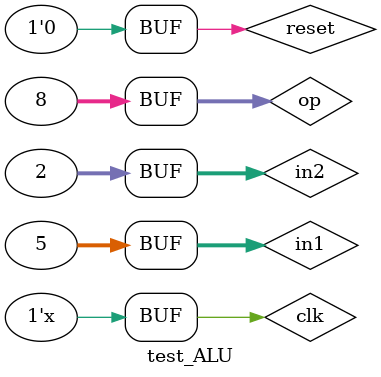
<source format=v>
`timescale 1ns / 1ps

module test_ALU();

    reg clk=0,reset=0;
    reg [31:0] in1,in2,op;
    wire[31:0] out;
    wire flag;
    
    parameter ADD=32'h0,SUB=32'h1,AND=32'h2,OR=32'h3,NOT=32'h4,MUL=32'h5,DIV=32'h6,RS=32'h7,LS=32'h8; 
    
    ALU A1(clk,reset,in1,in2,op,flag,out);
    
    always #10 clk = ~clk;
    
    initial begin
        
        reset = 1;
        #10 reset = 0; in1 = 32'h5; in2 = 32'h2; op = ADD;
        #20 reset = 0; in1 = 32'h5; in2 = 32'h2; op = SUB;
        #20 reset = 0; in1 = 32'h5; in2 = 32'h2; op = AND;
        #20 reset = 0; in1 = 32'h5; in2 = 32'h2; op = OR;
        #20 reset = 0; in1 = 32'h5; in2 = 32'h2; op = MUL;
        #20 reset = 0; in1 = 32'h5; in2 = 32'h2; op = DIV;
        #20 reset = 0; in1 = 32'h5; op = RS;
        #20 reset = 0; in1 = 32'h5; op = LS;
        
    end

endmodule

</source>
